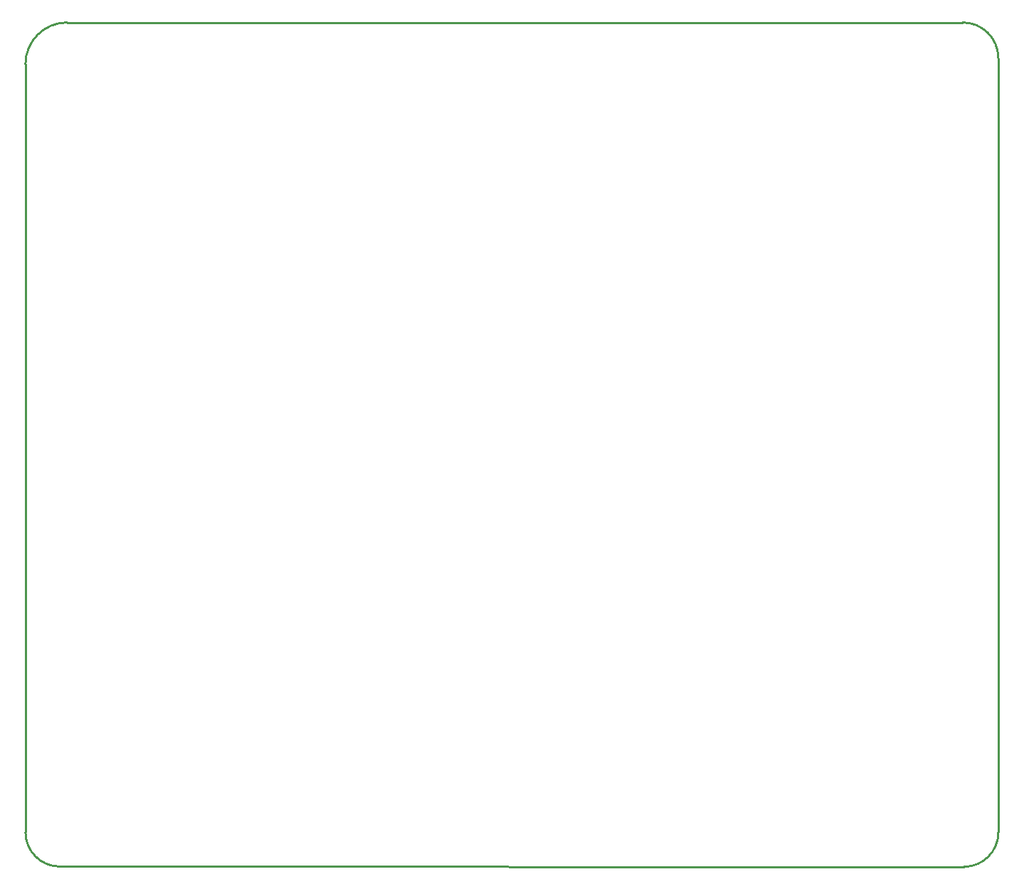
<source format=gko>
G04*
G04 #@! TF.GenerationSoftware,Altium Limited,Altium Designer,22.10.1 (41)*
G04*
G04 Layer_Color=16711935*
%FSLAX25Y25*%
%MOIN*%
G70*
G04*
G04 #@! TF.SameCoordinates,F8C157B4-DA96-4F04-9901-D09C045D4249*
G04*
G04*
G04 #@! TF.FilePolarity,Positive*
G04*
G01*
G75*
%ADD14C,0.01000*%
D14*
X19615Y395669D02*
G03*
X38Y376092I0J-19577D01*
G01*
X455757Y378991D02*
G03*
X439001Y395650I-16659J0D01*
G01*
X439671Y-65D02*
G03*
X455774Y16038I0J16103D01*
G01*
X39Y16142D02*
G03*
X16142Y39I16103J0D01*
G01*
X38Y376092D02*
X39Y16142D01*
X19615Y395669D02*
X439001Y395650D01*
X455757Y378991D02*
X455774Y16038D01*
X439671Y-65D02*
X439677D01*
X16142Y17D02*
X439677Y-65D01*
X16142Y17D02*
Y39D01*
M02*

</source>
